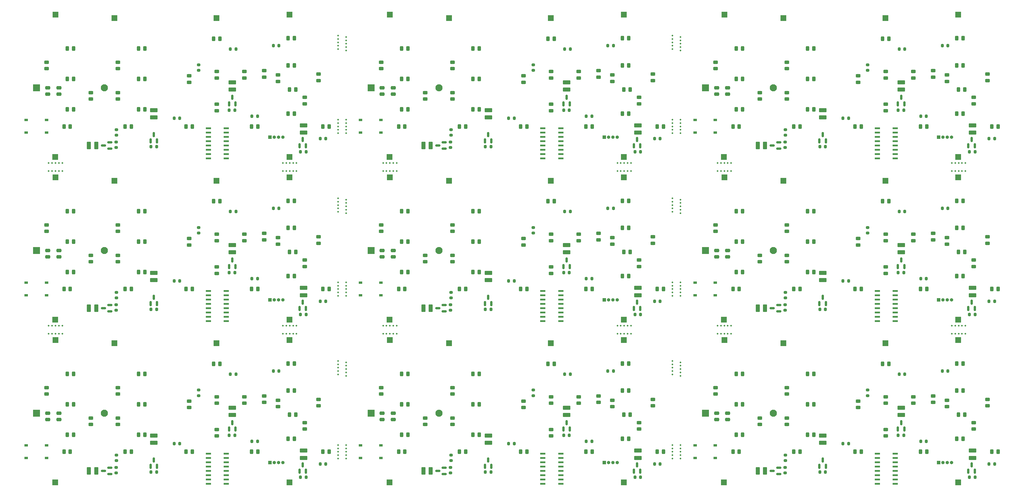
<source format=gts>
%TF.GenerationSoftware,KiCad,Pcbnew,7.0.1-3b83917a11~171~ubuntu20.04.1*%
%TF.CreationDate,2023-10-27T13:40:09+02:00*%
%TF.ProjectId,panel_bottom,70616e65-6c5f-4626-9f74-746f6d2e6b69,rev?*%
%TF.SameCoordinates,PX1ab3f0PY1312d00*%
%TF.FileFunction,Soldermask,Top*%
%TF.FilePolarity,Negative*%
%FSLAX46Y46*%
G04 Gerber Fmt 4.6, Leading zero omitted, Abs format (unit mm)*
G04 Created by KiCad (PCBNEW 7.0.1-3b83917a11~171~ubuntu20.04.1) date 2023-10-27 13:40:09*
%MOMM*%
%LPD*%
G01*
G04 APERTURE LIST*
G04 Aperture macros list*
%AMRoundRect*
0 Rectangle with rounded corners*
0 $1 Rounding radius*
0 $2 $3 $4 $5 $6 $7 $8 $9 X,Y pos of 4 corners*
0 Add a 4 corners polygon primitive as box body*
4,1,4,$2,$3,$4,$5,$6,$7,$8,$9,$2,$3,0*
0 Add four circle primitives for the rounded corners*
1,1,$1+$1,$2,$3*
1,1,$1+$1,$4,$5*
1,1,$1+$1,$6,$7*
1,1,$1+$1,$8,$9*
0 Add four rect primitives between the rounded corners*
20,1,$1+$1,$2,$3,$4,$5,0*
20,1,$1+$1,$4,$5,$6,$7,0*
20,1,$1+$1,$6,$7,$8,$9,0*
20,1,$1+$1,$8,$9,$2,$3,0*%
G04 Aperture macros list end*
%ADD10C,0.500000*%
%ADD11RoundRect,0.243750X0.456250X-0.243750X0.456250X0.243750X-0.456250X0.243750X-0.456250X-0.243750X0*%
%ADD12RoundRect,0.250000X0.850000X-0.375000X0.850000X0.375000X-0.850000X0.375000X-0.850000X-0.375000X0*%
%ADD13RoundRect,0.243750X-0.243750X-0.456250X0.243750X-0.456250X0.243750X0.456250X-0.243750X0.456250X0*%
%ADD14RoundRect,0.150000X0.150000X-0.587500X0.150000X0.587500X-0.150000X0.587500X-0.150000X-0.587500X0*%
%ADD15R,1.700000X1.700000*%
%ADD16RoundRect,0.243750X0.243750X0.456250X-0.243750X0.456250X-0.243750X-0.456250X0.243750X-0.456250X0*%
%ADD17RoundRect,0.243750X-0.456250X0.243750X-0.456250X-0.243750X0.456250X-0.243750X0.456250X0.243750X0*%
%ADD18RoundRect,0.200000X0.275000X-0.200000X0.275000X0.200000X-0.275000X0.200000X-0.275000X-0.200000X0*%
%ADD19R,2.100000X2.100000*%
%ADD20C,2.100000*%
%ADD21RoundRect,0.200000X0.200000X0.275000X-0.200000X0.275000X-0.200000X-0.275000X0.200000X-0.275000X0*%
%ADD22RoundRect,0.250000X-0.475000X0.250000X-0.475000X-0.250000X0.475000X-0.250000X0.475000X0.250000X0*%
%ADD23R,1.000000X0.750000*%
%ADD24RoundRect,0.200000X-0.275000X0.200000X-0.275000X-0.200000X0.275000X-0.200000X0.275000X0.200000X0*%
%ADD25RoundRect,0.250000X0.375000X0.850000X-0.375000X0.850000X-0.375000X-0.850000X0.375000X-0.850000X0*%
%ADD26RoundRect,0.137500X-0.662500X-0.137500X0.662500X-0.137500X0.662500X0.137500X-0.662500X0.137500X0*%
%ADD27RoundRect,0.150000X0.587500X0.150000X-0.587500X0.150000X-0.587500X-0.150000X0.587500X-0.150000X0*%
%ADD28RoundRect,0.200000X-0.200000X-0.275000X0.200000X-0.275000X0.200000X0.275000X-0.200000X0.275000X0*%
%ADD29R,1.000000X1.000000*%
%ADD30O,1.000000X1.000000*%
G04 APERTURE END LIST*
D10*
%TO.C,KiKit_MB_7_1*%
X113600000Y-45800000D03*
%TD*%
%TO.C,KiKit_MB_2_3*%
X96300000Y-35000000D03*
%TD*%
%TO.C,KiKit_MB_37_3*%
X13100000Y-96200000D03*
%TD*%
D11*
%TO.C,D21*%
X60592000Y-20695500D03*
X60592000Y-18820500D03*
%TD*%
%TO.C,D21*%
X159092000Y-20695500D03*
X159092000Y-18820500D03*
%TD*%
%TO.C,D21*%
X257592000Y-20695500D03*
X257592000Y-18820500D03*
%TD*%
%TO.C,D21*%
X60592000Y-68695500D03*
X60592000Y-66820500D03*
%TD*%
%TO.C,D21*%
X159092000Y-68695500D03*
X159092000Y-66820500D03*
%TD*%
%TO.C,D21*%
X257592000Y-68695500D03*
X257592000Y-66820500D03*
%TD*%
%TO.C,D21*%
X60592000Y-116695500D03*
X60592000Y-114820500D03*
%TD*%
%TO.C,D21*%
X159092000Y-116695500D03*
X159092000Y-114820500D03*
%TD*%
%TO.C,D21*%
X257592000Y-116695500D03*
X257592000Y-114820500D03*
%TD*%
D10*
%TO.C,KiKit_MB_1_5*%
X96300000Y-12200000D03*
%TD*%
D12*
%TO.C,L2*%
X283154000Y-84811000D03*
X283154000Y-82661000D03*
%TD*%
%TO.C,L2*%
X86154000Y-132811000D03*
X86154000Y-130661000D03*
%TD*%
%TO.C,L2*%
X184654000Y-132811000D03*
X184654000Y-130661000D03*
%TD*%
%TO.C,L2*%
X283154000Y-132811000D03*
X283154000Y-130661000D03*
%TD*%
%TO.C,L2*%
X86154000Y-36811000D03*
X86154000Y-34661000D03*
%TD*%
%TO.C,L2*%
X184654000Y-36811000D03*
X184654000Y-34661000D03*
%TD*%
%TO.C,L2*%
X283154000Y-36811000D03*
X283154000Y-34661000D03*
%TD*%
%TO.C,L2*%
X86154000Y-84811000D03*
X86154000Y-82661000D03*
%TD*%
%TO.C,L2*%
X184654000Y-84811000D03*
X184654000Y-82661000D03*
%TD*%
D10*
%TO.C,KiKit_MB_9_3*%
X98700000Y-10600000D03*
%TD*%
%TO.C,KiKit_MB_23_3*%
X111600000Y-93800000D03*
%TD*%
%TO.C,KiKit_MB_29_5*%
X208100000Y-93800000D03*
%TD*%
%TO.C,KiKit_MB_20_4*%
X83100000Y-48200000D03*
%TD*%
%TO.C,KiKit_MB_46_3*%
X210100000Y-96200000D03*
%TD*%
%TO.C,KiKit_MB_44_3*%
X98700000Y-131000000D03*
%TD*%
%TO.C,KiKit_MB_8_5*%
X178600000Y-45800000D03*
%TD*%
%TO.C,KiKit_MB_8_3*%
X180600000Y-45800000D03*
%TD*%
%TO.C,KiKit_MB_32_3*%
X210100000Y-48200000D03*
%TD*%
%TO.C,KiKit_MB_32_1*%
X208100000Y-48200000D03*
%TD*%
%TO.C,KiKit_MB_45_1*%
X197200000Y-108600000D03*
%TD*%
%TO.C,KiKit_MB_27_5*%
X182600000Y-48200000D03*
%TD*%
%TO.C,KiKit_MB_25_3*%
X98700000Y-58600000D03*
%TD*%
D13*
%TO.C,D22*%
X91834000Y-34998000D03*
X93709000Y-34998000D03*
%TD*%
%TO.C,D22*%
X190334000Y-34998000D03*
X192209000Y-34998000D03*
%TD*%
%TO.C,D22*%
X288834000Y-34998000D03*
X290709000Y-34998000D03*
%TD*%
%TO.C,D22*%
X91834000Y-82998000D03*
X93709000Y-82998000D03*
%TD*%
%TO.C,D22*%
X190334000Y-82998000D03*
X192209000Y-82998000D03*
%TD*%
%TO.C,D22*%
X288834000Y-82998000D03*
X290709000Y-82998000D03*
%TD*%
%TO.C,D22*%
X91834000Y-130998000D03*
X93709000Y-130998000D03*
%TD*%
%TO.C,D22*%
X190334000Y-130998000D03*
X192209000Y-130998000D03*
%TD*%
%TO.C,D22*%
X288834000Y-130998000D03*
X290709000Y-130998000D03*
%TD*%
D10*
%TO.C,KiKit_MB_34_5*%
X197200000Y-81000000D03*
%TD*%
%TO.C,KiKit_MB_31_2*%
X197200000Y-59600000D03*
%TD*%
%TO.C,KiKit_MB_5_4*%
X194800000Y-11200000D03*
%TD*%
D12*
%TO.C,L5*%
X42100000Y-32350000D03*
X42100000Y-30200000D03*
%TD*%
%TO.C,L5*%
X140600000Y-32350000D03*
X140600000Y-30200000D03*
%TD*%
%TO.C,L5*%
X239100000Y-32350000D03*
X239100000Y-30200000D03*
%TD*%
%TO.C,L5*%
X42100000Y-80350000D03*
X42100000Y-78200000D03*
%TD*%
%TO.C,L5*%
X140600000Y-80350000D03*
X140600000Y-78200000D03*
%TD*%
%TO.C,L5*%
X239100000Y-80350000D03*
X239100000Y-78200000D03*
%TD*%
%TO.C,L5*%
X42100000Y-128350000D03*
X42100000Y-126200000D03*
%TD*%
%TO.C,L5*%
X140600000Y-128350000D03*
X140600000Y-126200000D03*
%TD*%
%TO.C,L5*%
X239100000Y-128350000D03*
X239100000Y-126200000D03*
%TD*%
D10*
%TO.C,KiKit_MB_37_4*%
X14100000Y-96200000D03*
%TD*%
%TO.C,KiKit_MB_16_2*%
X96300000Y-82000000D03*
%TD*%
D14*
%TO.C,Q2*%
X41100000Y-39275000D03*
X43000000Y-39275000D03*
X42050000Y-37400000D03*
%TD*%
%TO.C,Q2*%
X139600000Y-39275000D03*
X141500000Y-39275000D03*
X140550000Y-37400000D03*
%TD*%
%TO.C,Q2*%
X238100000Y-39275000D03*
X240000000Y-39275000D03*
X239050000Y-37400000D03*
%TD*%
%TO.C,Q2*%
X41100000Y-87275000D03*
X43000000Y-87275000D03*
X42050000Y-85400000D03*
%TD*%
%TO.C,Q2*%
X139600000Y-87275000D03*
X141500000Y-87275000D03*
X140550000Y-85400000D03*
%TD*%
%TO.C,Q2*%
X238100000Y-87275000D03*
X240000000Y-87275000D03*
X239050000Y-85400000D03*
%TD*%
%TO.C,Q2*%
X41100000Y-135275000D03*
X43000000Y-135275000D03*
X42050000Y-133400000D03*
%TD*%
%TO.C,Q2*%
X139600000Y-135275000D03*
X141500000Y-135275000D03*
X140550000Y-133400000D03*
%TD*%
%TO.C,Q2*%
X238100000Y-135275000D03*
X240000000Y-135275000D03*
X239050000Y-133400000D03*
%TD*%
D10*
%TO.C,KiKit_MB_7_5*%
X109600000Y-45800000D03*
%TD*%
%TO.C,KiKit_MB_3_1*%
X15100000Y-45800000D03*
%TD*%
%TO.C,KiKit_MB_22_3*%
X194800000Y-83000000D03*
%TD*%
%TO.C,KiKit_MB_8_1*%
X182600000Y-45800000D03*
%TD*%
%TO.C,KiKit_MB_42_4*%
X112600000Y-96200000D03*
%TD*%
%TO.C,KiKit_MB_39_1*%
X194800000Y-104200000D03*
%TD*%
%TO.C,KiKit_MB_33_5*%
X281100000Y-48200000D03*
%TD*%
%TO.C,KiKit_MB_27_1*%
X178600000Y-48200000D03*
%TD*%
D15*
%TO.C,J3*%
X13100000Y-2000000D03*
%TD*%
%TO.C,J3*%
X111600000Y-2000000D03*
%TD*%
%TO.C,J3*%
X210100000Y-2000000D03*
%TD*%
%TO.C,J3*%
X13100000Y-50000000D03*
%TD*%
%TO.C,J3*%
X111600000Y-50000000D03*
%TD*%
%TO.C,J3*%
X210100000Y-50000000D03*
%TD*%
%TO.C,J3*%
X13100000Y-98000000D03*
%TD*%
%TO.C,J3*%
X111600000Y-98000000D03*
%TD*%
%TO.C,J3*%
X210100000Y-98000000D03*
%TD*%
D13*
%TO.C,D5*%
X16562500Y-30000000D03*
X18437500Y-30000000D03*
%TD*%
%TO.C,D5*%
X115062500Y-30000000D03*
X116937500Y-30000000D03*
%TD*%
%TO.C,D5*%
X213562500Y-30000000D03*
X215437500Y-30000000D03*
%TD*%
%TO.C,D5*%
X16562500Y-78000000D03*
X18437500Y-78000000D03*
%TD*%
%TO.C,D5*%
X115062500Y-78000000D03*
X116937500Y-78000000D03*
%TD*%
%TO.C,D5*%
X213562500Y-78000000D03*
X215437500Y-78000000D03*
%TD*%
%TO.C,D5*%
X16562500Y-126000000D03*
X18437500Y-126000000D03*
%TD*%
%TO.C,D5*%
X115062500Y-126000000D03*
X116937500Y-126000000D03*
%TD*%
%TO.C,D5*%
X213562500Y-126000000D03*
X215437500Y-126000000D03*
%TD*%
D10*
%TO.C,KiKit_MB_34_4*%
X197200000Y-82000000D03*
%TD*%
D15*
%TO.C,J2*%
X30500000Y-3000000D03*
%TD*%
%TO.C,J2*%
X129000000Y-3000000D03*
%TD*%
%TO.C,J2*%
X227500000Y-3000000D03*
%TD*%
%TO.C,J2*%
X30500000Y-51000000D03*
%TD*%
%TO.C,J2*%
X129000000Y-51000000D03*
%TD*%
%TO.C,J2*%
X227500000Y-51000000D03*
%TD*%
%TO.C,J2*%
X30500000Y-99000000D03*
%TD*%
%TO.C,J2*%
X129000000Y-99000000D03*
%TD*%
%TO.C,J2*%
X227500000Y-99000000D03*
%TD*%
D10*
%TO.C,KiKit_MB_24_4*%
X179600000Y-93800000D03*
%TD*%
%TO.C,KiKit_MB_8_4*%
X179600000Y-45800000D03*
%TD*%
%TO.C,KiKit_MB_20_1*%
X80100000Y-48200000D03*
%TD*%
%TO.C,KiKit_MB_28_3*%
X98700000Y-83000000D03*
%TD*%
%TO.C,KiKit_MB_43_4*%
X181600000Y-96200000D03*
%TD*%
%TO.C,KiKit_MB_27_2*%
X179600000Y-48200000D03*
%TD*%
D16*
%TO.C,D13*%
X35437500Y-35000000D03*
X33562500Y-35000000D03*
%TD*%
%TO.C,D13*%
X133937500Y-35000000D03*
X132062500Y-35000000D03*
%TD*%
%TO.C,D13*%
X232437500Y-35000000D03*
X230562500Y-35000000D03*
%TD*%
%TO.C,D13*%
X35437500Y-83000000D03*
X33562500Y-83000000D03*
%TD*%
%TO.C,D13*%
X133937500Y-83000000D03*
X132062500Y-83000000D03*
%TD*%
%TO.C,D13*%
X232437500Y-83000000D03*
X230562500Y-83000000D03*
%TD*%
%TO.C,D13*%
X35437500Y-131000000D03*
X33562500Y-131000000D03*
%TD*%
%TO.C,D13*%
X133937500Y-131000000D03*
X132062500Y-131000000D03*
%TD*%
%TO.C,D13*%
X232437500Y-131000000D03*
X230562500Y-131000000D03*
%TD*%
D10*
%TO.C,KiKit_MB_7_3*%
X111600000Y-45800000D03*
%TD*%
D11*
%TO.C,D26*%
X78626000Y-21711500D03*
X78626000Y-19836500D03*
%TD*%
%TO.C,D26*%
X177126000Y-21711500D03*
X177126000Y-19836500D03*
%TD*%
%TO.C,D26*%
X275626000Y-21711500D03*
X275626000Y-19836500D03*
%TD*%
%TO.C,D26*%
X78626000Y-69711500D03*
X78626000Y-67836500D03*
%TD*%
%TO.C,D26*%
X177126000Y-69711500D03*
X177126000Y-67836500D03*
%TD*%
%TO.C,D26*%
X275626000Y-69711500D03*
X275626000Y-67836500D03*
%TD*%
%TO.C,D26*%
X78626000Y-117711500D03*
X78626000Y-115836500D03*
%TD*%
%TO.C,D26*%
X177126000Y-117711500D03*
X177126000Y-115836500D03*
%TD*%
%TO.C,D26*%
X275626000Y-117711500D03*
X275626000Y-115836500D03*
%TD*%
D10*
%TO.C,KiKit_MB_15_1*%
X96300000Y-56200000D03*
%TD*%
%TO.C,KiKit_MB_47_4*%
X280100000Y-96200000D03*
%TD*%
%TO.C,KiKit_MB_19_5*%
X15100000Y-48200000D03*
%TD*%
%TO.C,KiKit_MB_45_5*%
X197200000Y-104600000D03*
%TD*%
D13*
%TO.C,D1*%
X16562500Y-12000000D03*
X18437500Y-12000000D03*
%TD*%
%TO.C,D1*%
X115062500Y-12000000D03*
X116937500Y-12000000D03*
%TD*%
%TO.C,D1*%
X213562500Y-12000000D03*
X215437500Y-12000000D03*
%TD*%
%TO.C,D1*%
X16562500Y-60000000D03*
X18437500Y-60000000D03*
%TD*%
%TO.C,D1*%
X115062500Y-60000000D03*
X116937500Y-60000000D03*
%TD*%
%TO.C,D1*%
X213562500Y-60000000D03*
X215437500Y-60000000D03*
%TD*%
%TO.C,D1*%
X16562500Y-108000000D03*
X18437500Y-108000000D03*
%TD*%
%TO.C,D1*%
X115062500Y-108000000D03*
X116937500Y-108000000D03*
%TD*%
%TO.C,D1*%
X213562500Y-108000000D03*
X215437500Y-108000000D03*
%TD*%
D10*
%TO.C,KiKit_MB_14_4*%
X197200000Y-34000000D03*
%TD*%
%TO.C,KiKit_MB_47_2*%
X278100000Y-96200000D03*
%TD*%
%TO.C,KiKit_MB_10_2*%
X98700000Y-36000000D03*
%TD*%
%TO.C,KiKit_MB_47_5*%
X281100000Y-96200000D03*
%TD*%
D17*
%TO.C,D2*%
X10500000Y-16062500D03*
X10500000Y-17937500D03*
%TD*%
%TO.C,D2*%
X109000000Y-16062500D03*
X109000000Y-17937500D03*
%TD*%
%TO.C,D2*%
X207500000Y-16062500D03*
X207500000Y-17937500D03*
%TD*%
%TO.C,D2*%
X10500000Y-64062500D03*
X10500000Y-65937500D03*
%TD*%
%TO.C,D2*%
X109000000Y-64062500D03*
X109000000Y-65937500D03*
%TD*%
%TO.C,D2*%
X207500000Y-64062500D03*
X207500000Y-65937500D03*
%TD*%
%TO.C,D2*%
X10500000Y-112062500D03*
X10500000Y-113937500D03*
%TD*%
%TO.C,D2*%
X109000000Y-112062500D03*
X109000000Y-113937500D03*
%TD*%
%TO.C,D2*%
X207500000Y-112062500D03*
X207500000Y-113937500D03*
%TD*%
D10*
%TO.C,KiKit_MB_25_1*%
X98700000Y-60600000D03*
%TD*%
%TO.C,KiKit_MB_41_1*%
X98700000Y-108600000D03*
%TD*%
%TO.C,KiKit_MB_13_2*%
X197200000Y-11600000D03*
%TD*%
%TO.C,KiKit_MB_6_1*%
X194800000Y-33000000D03*
%TD*%
%TO.C,KiKit_MB_35_3*%
X96300000Y-106200000D03*
%TD*%
D18*
%TO.C,R8*%
X55300000Y-18450000D03*
X55300000Y-16800000D03*
%TD*%
%TO.C,R8*%
X153800000Y-18450000D03*
X153800000Y-16800000D03*
%TD*%
%TO.C,R8*%
X252300000Y-18450000D03*
X252300000Y-16800000D03*
%TD*%
%TO.C,R8*%
X55300000Y-66450000D03*
X55300000Y-64800000D03*
%TD*%
%TO.C,R8*%
X153800000Y-66450000D03*
X153800000Y-64800000D03*
%TD*%
%TO.C,R8*%
X252300000Y-66450000D03*
X252300000Y-64800000D03*
%TD*%
%TO.C,R8*%
X55300000Y-114450000D03*
X55300000Y-112800000D03*
%TD*%
%TO.C,R8*%
X153800000Y-114450000D03*
X153800000Y-112800000D03*
%TD*%
%TO.C,R8*%
X252300000Y-114450000D03*
X252300000Y-112800000D03*
%TD*%
D10*
%TO.C,KiKit_MB_30_2*%
X280100000Y-93800000D03*
%TD*%
%TO.C,KiKit_MB_5_2*%
X194800000Y-9200000D03*
%TD*%
%TO.C,KiKit_MB_17_4*%
X12100000Y-93800000D03*
%TD*%
D13*
%TO.C,D10*%
X37562500Y-30000000D03*
X39437500Y-30000000D03*
%TD*%
%TO.C,D10*%
X136062500Y-30000000D03*
X137937500Y-30000000D03*
%TD*%
%TO.C,D10*%
X234562500Y-30000000D03*
X236437500Y-30000000D03*
%TD*%
%TO.C,D10*%
X37562500Y-78000000D03*
X39437500Y-78000000D03*
%TD*%
%TO.C,D10*%
X136062500Y-78000000D03*
X137937500Y-78000000D03*
%TD*%
%TO.C,D10*%
X234562500Y-78000000D03*
X236437500Y-78000000D03*
%TD*%
%TO.C,D10*%
X37562500Y-126000000D03*
X39437500Y-126000000D03*
%TD*%
%TO.C,D10*%
X136062500Y-126000000D03*
X137937500Y-126000000D03*
%TD*%
%TO.C,D10*%
X234562500Y-126000000D03*
X236437500Y-126000000D03*
%TD*%
D15*
%TO.C,J8*%
X13000000Y-44000000D03*
%TD*%
%TO.C,J8*%
X111500000Y-44000000D03*
%TD*%
%TO.C,J8*%
X210000000Y-44000000D03*
%TD*%
%TO.C,J8*%
X13000000Y-92000000D03*
%TD*%
%TO.C,J8*%
X111500000Y-92000000D03*
%TD*%
%TO.C,J8*%
X210000000Y-92000000D03*
%TD*%
%TO.C,J8*%
X13000000Y-140000000D03*
%TD*%
%TO.C,J8*%
X111500000Y-140000000D03*
%TD*%
%TO.C,J8*%
X210000000Y-140000000D03*
%TD*%
D10*
%TO.C,KiKit_MB_48_3*%
X197200000Y-131000000D03*
%TD*%
%TO.C,KiKit_MB_13_5*%
X197200000Y-8600000D03*
%TD*%
%TO.C,KiKit_MB_41_3*%
X98700000Y-106600000D03*
%TD*%
%TO.C,KiKit_MB_46_4*%
X211100000Y-96200000D03*
%TD*%
%TO.C,KiKit_MB_11_3*%
X210100000Y-45800000D03*
%TD*%
%TO.C,KiKit_MB_45_2*%
X197200000Y-107600000D03*
%TD*%
%TO.C,KiKit_MB_28_5*%
X98700000Y-81000000D03*
%TD*%
%TO.C,KiKit_MB_31_5*%
X197200000Y-56600000D03*
%TD*%
%TO.C,KiKit_MB_26_1*%
X109600000Y-48200000D03*
%TD*%
%TO.C,KiKit_MB_40_5*%
X194800000Y-133000000D03*
%TD*%
%TO.C,KiKit_MB_43_3*%
X180600000Y-96200000D03*
%TD*%
%TO.C,KiKit_MB_22_1*%
X194800000Y-81000000D03*
%TD*%
%TO.C,KiKit_MB_37_5*%
X15100000Y-96200000D03*
%TD*%
%TO.C,KiKit_MB_18_5*%
X80100000Y-93800000D03*
%TD*%
D19*
%TO.C,BT1*%
X7531400Y-23618800D03*
D20*
X27531400Y-23618800D03*
%TD*%
D19*
%TO.C,BT1*%
X106031400Y-23618800D03*
D20*
X126031400Y-23618800D03*
%TD*%
D19*
%TO.C,BT1*%
X204531400Y-23618800D03*
D20*
X224531400Y-23618800D03*
%TD*%
D19*
%TO.C,BT1*%
X7531400Y-71618800D03*
D20*
X27531400Y-71618800D03*
%TD*%
D19*
%TO.C,BT1*%
X106031400Y-71618800D03*
D20*
X126031400Y-71618800D03*
%TD*%
D19*
%TO.C,BT1*%
X204531400Y-71618800D03*
D20*
X224531400Y-71618800D03*
%TD*%
D19*
%TO.C,BT1*%
X7531400Y-119618800D03*
D20*
X27531400Y-119618800D03*
%TD*%
D19*
%TO.C,BT1*%
X106031400Y-119618800D03*
D20*
X126031400Y-119618800D03*
%TD*%
D19*
%TO.C,BT1*%
X204531400Y-119618800D03*
D20*
X224531400Y-119618800D03*
%TD*%
D10*
%TO.C,KiKit_MB_11_4*%
X209100000Y-45800000D03*
%TD*%
%TO.C,KiKit_MB_10_3*%
X98700000Y-35000000D03*
%TD*%
%TO.C,KiKit_MB_39_3*%
X194800000Y-106200000D03*
%TD*%
D21*
%TO.C,R12*%
X92700000Y-38600000D03*
X91050000Y-38600000D03*
%TD*%
%TO.C,R12*%
X191200000Y-38600000D03*
X189550000Y-38600000D03*
%TD*%
%TO.C,R12*%
X289700000Y-38600000D03*
X288050000Y-38600000D03*
%TD*%
%TO.C,R12*%
X92700000Y-86600000D03*
X91050000Y-86600000D03*
%TD*%
%TO.C,R12*%
X191200000Y-86600000D03*
X189550000Y-86600000D03*
%TD*%
%TO.C,R12*%
X289700000Y-86600000D03*
X288050000Y-86600000D03*
%TD*%
%TO.C,R12*%
X92700000Y-134600000D03*
X91050000Y-134600000D03*
%TD*%
%TO.C,R12*%
X191200000Y-134600000D03*
X189550000Y-134600000D03*
%TD*%
%TO.C,R12*%
X289700000Y-134600000D03*
X288050000Y-134600000D03*
%TD*%
D10*
%TO.C,KiKit_MB_37_1*%
X11100000Y-96200000D03*
%TD*%
D13*
%TO.C,D15*%
X59654500Y-9090000D03*
X61529500Y-9090000D03*
%TD*%
%TO.C,D15*%
X158154500Y-9090000D03*
X160029500Y-9090000D03*
%TD*%
%TO.C,D15*%
X256654500Y-9090000D03*
X258529500Y-9090000D03*
%TD*%
%TO.C,D15*%
X59654500Y-57090000D03*
X61529500Y-57090000D03*
%TD*%
%TO.C,D15*%
X158154500Y-57090000D03*
X160029500Y-57090000D03*
%TD*%
%TO.C,D15*%
X256654500Y-57090000D03*
X258529500Y-57090000D03*
%TD*%
%TO.C,D15*%
X59654500Y-105090000D03*
X61529500Y-105090000D03*
%TD*%
%TO.C,D15*%
X158154500Y-105090000D03*
X160029500Y-105090000D03*
%TD*%
%TO.C,D15*%
X256654500Y-105090000D03*
X258529500Y-105090000D03*
%TD*%
D10*
%TO.C,KiKit_MB_19_1*%
X11100000Y-48200000D03*
%TD*%
%TO.C,KiKit_MB_18_1*%
X84100000Y-93800000D03*
%TD*%
%TO.C,KiKit_MB_46_5*%
X212100000Y-96200000D03*
%TD*%
D13*
%TO.C,D14*%
X51562500Y-35000000D03*
X53437500Y-35000000D03*
%TD*%
%TO.C,D14*%
X150062500Y-35000000D03*
X151937500Y-35000000D03*
%TD*%
%TO.C,D14*%
X248562500Y-35000000D03*
X250437500Y-35000000D03*
%TD*%
%TO.C,D14*%
X51562500Y-83000000D03*
X53437500Y-83000000D03*
%TD*%
%TO.C,D14*%
X150062500Y-83000000D03*
X151937500Y-83000000D03*
%TD*%
%TO.C,D14*%
X248562500Y-83000000D03*
X250437500Y-83000000D03*
%TD*%
%TO.C,D14*%
X51562500Y-131000000D03*
X53437500Y-131000000D03*
%TD*%
%TO.C,D14*%
X150062500Y-131000000D03*
X151937500Y-131000000D03*
%TD*%
%TO.C,D14*%
X248562500Y-131000000D03*
X250437500Y-131000000D03*
%TD*%
D10*
%TO.C,KiKit_MB_3_4*%
X12100000Y-45800000D03*
%TD*%
%TO.C,KiKit_MB_13_4*%
X197200000Y-9600000D03*
%TD*%
%TO.C,KiKit_MB_28_4*%
X98700000Y-82000000D03*
%TD*%
D22*
%TO.C,C3*%
X207808000Y-119600000D03*
X207808000Y-121500000D03*
%TD*%
%TO.C,C3*%
X10808000Y-23600000D03*
X10808000Y-25500000D03*
%TD*%
%TO.C,C3*%
X109308000Y-23600000D03*
X109308000Y-25500000D03*
%TD*%
%TO.C,C3*%
X207808000Y-23600000D03*
X207808000Y-25500000D03*
%TD*%
%TO.C,C3*%
X10808000Y-71600000D03*
X10808000Y-73500000D03*
%TD*%
%TO.C,C3*%
X109308000Y-71600000D03*
X109308000Y-73500000D03*
%TD*%
%TO.C,C3*%
X207808000Y-71600000D03*
X207808000Y-73500000D03*
%TD*%
%TO.C,C3*%
X10808000Y-119600000D03*
X10808000Y-121500000D03*
%TD*%
%TO.C,C3*%
X109308000Y-119600000D03*
X109308000Y-121500000D03*
%TD*%
D10*
%TO.C,KiKit_MB_20_5*%
X84100000Y-48200000D03*
%TD*%
%TO.C,KiKit_MB_14_2*%
X197200000Y-36000000D03*
%TD*%
%TO.C,KiKit_MB_22_5*%
X194800000Y-85000000D03*
%TD*%
D13*
%TO.C,D11*%
X15666500Y-35002000D03*
X17437500Y-35000000D03*
%TD*%
%TO.C,D11*%
X114166500Y-35002000D03*
X115937500Y-35000000D03*
%TD*%
%TO.C,D11*%
X212666500Y-35002000D03*
X214437500Y-35000000D03*
%TD*%
%TO.C,D11*%
X15666500Y-83002000D03*
X17437500Y-83000000D03*
%TD*%
%TO.C,D11*%
X114166500Y-83002000D03*
X115937500Y-83000000D03*
%TD*%
%TO.C,D11*%
X212666500Y-83002000D03*
X214437500Y-83000000D03*
%TD*%
%TO.C,D11*%
X15666500Y-131002000D03*
X17437500Y-131000000D03*
%TD*%
%TO.C,D11*%
X114166500Y-131002000D03*
X115937500Y-131000000D03*
%TD*%
%TO.C,D11*%
X212666500Y-131002000D03*
X214437500Y-131000000D03*
%TD*%
D10*
%TO.C,KiKit_MB_40_4*%
X194800000Y-132000000D03*
%TD*%
%TO.C,KiKit_MB_37_2*%
X12100000Y-96200000D03*
%TD*%
%TO.C,KiKit_MB_44_2*%
X98700000Y-132000000D03*
%TD*%
%TO.C,KiKit_MB_40_2*%
X194800000Y-130000000D03*
%TD*%
%TO.C,KiKit_MB_17_1*%
X15100000Y-93800000D03*
%TD*%
%TO.C,KiKit_MB_21_2*%
X194800000Y-57200000D03*
%TD*%
%TO.C,KiKit_MB_36_3*%
X96300000Y-131000000D03*
%TD*%
%TO.C,KiKit_MB_29_3*%
X210100000Y-93800000D03*
%TD*%
%TO.C,KiKit_MB_35_4*%
X96300000Y-107200000D03*
%TD*%
%TO.C,KiKit_MB_38_2*%
X81100000Y-96200000D03*
%TD*%
%TO.C,KiKit_MB_44_5*%
X98700000Y-129000000D03*
%TD*%
%TO.C,KiKit_MB_4_4*%
X81100000Y-45800000D03*
%TD*%
%TO.C,KiKit_MB_17_3*%
X13100000Y-93800000D03*
%TD*%
%TO.C,KiKit_MB_15_2*%
X96300000Y-57200000D03*
%TD*%
D23*
%TO.C,SW1*%
X10450000Y-36825000D03*
X4450000Y-36825000D03*
X10450000Y-33075000D03*
X4450000Y-33075000D03*
%TD*%
%TO.C,SW1*%
X108950000Y-36825000D03*
X102950000Y-36825000D03*
X108950000Y-33075000D03*
X102950000Y-33075000D03*
%TD*%
%TO.C,SW1*%
X207450000Y-36825000D03*
X201450000Y-36825000D03*
X207450000Y-33075000D03*
X201450000Y-33075000D03*
%TD*%
%TO.C,SW1*%
X10450000Y-84825000D03*
X4450000Y-84825000D03*
X10450000Y-81075000D03*
X4450000Y-81075000D03*
%TD*%
%TO.C,SW1*%
X108950000Y-84825000D03*
X102950000Y-84825000D03*
X108950000Y-81075000D03*
X102950000Y-81075000D03*
%TD*%
%TO.C,SW1*%
X207450000Y-84825000D03*
X201450000Y-84825000D03*
X207450000Y-81075000D03*
X201450000Y-81075000D03*
%TD*%
%TO.C,SW1*%
X10450000Y-132825000D03*
X4450000Y-132825000D03*
X10450000Y-129075000D03*
X4450000Y-129075000D03*
%TD*%
%TO.C,SW1*%
X108950000Y-132825000D03*
X102950000Y-132825000D03*
X108950000Y-129075000D03*
X102950000Y-129075000D03*
%TD*%
%TO.C,SW1*%
X207450000Y-132825000D03*
X201450000Y-132825000D03*
X207450000Y-129075000D03*
X201450000Y-129075000D03*
%TD*%
D14*
%TO.C,Q3*%
X64214000Y-28315500D03*
X66114000Y-28315500D03*
X65164000Y-26440500D03*
%TD*%
%TO.C,Q3*%
X162714000Y-28315500D03*
X164614000Y-28315500D03*
X163664000Y-26440500D03*
%TD*%
%TO.C,Q3*%
X261214000Y-28315500D03*
X263114000Y-28315500D03*
X262164000Y-26440500D03*
%TD*%
%TO.C,Q3*%
X64214000Y-76315500D03*
X66114000Y-76315500D03*
X65164000Y-74440500D03*
%TD*%
%TO.C,Q3*%
X162714000Y-76315500D03*
X164614000Y-76315500D03*
X163664000Y-74440500D03*
%TD*%
%TO.C,Q3*%
X261214000Y-76315500D03*
X263114000Y-76315500D03*
X262164000Y-74440500D03*
%TD*%
%TO.C,Q3*%
X64214000Y-124315500D03*
X66114000Y-124315500D03*
X65164000Y-122440500D03*
%TD*%
%TO.C,Q3*%
X162714000Y-124315500D03*
X164614000Y-124315500D03*
X163664000Y-122440500D03*
%TD*%
%TO.C,Q3*%
X261214000Y-124315500D03*
X263114000Y-124315500D03*
X262164000Y-122440500D03*
%TD*%
D10*
%TO.C,KiKit_MB_38_5*%
X84100000Y-96200000D03*
%TD*%
%TO.C,KiKit_MB_46_2*%
X209100000Y-96200000D03*
%TD*%
%TO.C,KiKit_MB_15_3*%
X96300000Y-58200000D03*
%TD*%
D24*
%TO.C,R2*%
X31100000Y-35950000D03*
X31100000Y-37600000D03*
%TD*%
%TO.C,R2*%
X129600000Y-35950000D03*
X129600000Y-37600000D03*
%TD*%
%TO.C,R2*%
X228100000Y-35950000D03*
X228100000Y-37600000D03*
%TD*%
%TO.C,R2*%
X31100000Y-83950000D03*
X31100000Y-85600000D03*
%TD*%
%TO.C,R2*%
X129600000Y-83950000D03*
X129600000Y-85600000D03*
%TD*%
%TO.C,R2*%
X228100000Y-83950000D03*
X228100000Y-85600000D03*
%TD*%
%TO.C,R2*%
X31100000Y-131950000D03*
X31100000Y-133600000D03*
%TD*%
%TO.C,R2*%
X129600000Y-131950000D03*
X129600000Y-133600000D03*
%TD*%
%TO.C,R2*%
X228100000Y-131950000D03*
X228100000Y-133600000D03*
%TD*%
D10*
%TO.C,KiKit_MB_4_3*%
X82100000Y-45800000D03*
%TD*%
%TO.C,KiKit_MB_48_1*%
X197200000Y-133000000D03*
%TD*%
%TO.C,KiKit_MB_18_3*%
X82100000Y-93800000D03*
%TD*%
%TO.C,KiKit_MB_8_2*%
X181600000Y-45800000D03*
%TD*%
%TO.C,KiKit_MB_20_2*%
X81100000Y-48200000D03*
%TD*%
%TO.C,KiKit_MB_19_3*%
X13100000Y-48200000D03*
%TD*%
%TO.C,KiKit_MB_12_5*%
X277100000Y-45800000D03*
%TD*%
%TO.C,KiKit_MB_40_1*%
X194800000Y-129000000D03*
%TD*%
%TO.C,KiKit_MB_5_5*%
X194800000Y-12200000D03*
%TD*%
%TO.C,KiKit_MB_26_3*%
X111600000Y-48200000D03*
%TD*%
%TO.C,KiKit_MB_47_1*%
X277100000Y-96200000D03*
%TD*%
%TO.C,KiKit_MB_45_4*%
X197200000Y-105600000D03*
%TD*%
D25*
%TO.C,L4*%
X25100000Y-40600000D03*
X22950000Y-40600000D03*
%TD*%
%TO.C,L4*%
X123600000Y-40600000D03*
X121450000Y-40600000D03*
%TD*%
%TO.C,L4*%
X222100000Y-40600000D03*
X219950000Y-40600000D03*
%TD*%
%TO.C,L4*%
X25100000Y-88600000D03*
X22950000Y-88600000D03*
%TD*%
%TO.C,L4*%
X123600000Y-88600000D03*
X121450000Y-88600000D03*
%TD*%
%TO.C,L4*%
X222100000Y-88600000D03*
X219950000Y-88600000D03*
%TD*%
%TO.C,L4*%
X25100000Y-136600000D03*
X22950000Y-136600000D03*
%TD*%
%TO.C,L4*%
X123600000Y-136600000D03*
X121450000Y-136600000D03*
%TD*%
%TO.C,L4*%
X222100000Y-136600000D03*
X219950000Y-136600000D03*
%TD*%
D10*
%TO.C,KiKit_MB_38_4*%
X83100000Y-96200000D03*
%TD*%
%TO.C,KiKit_MB_18_2*%
X83100000Y-93800000D03*
%TD*%
D13*
%TO.C,D27*%
X82006500Y-24076000D03*
X83881500Y-24076000D03*
%TD*%
%TO.C,D27*%
X180506500Y-24076000D03*
X182381500Y-24076000D03*
%TD*%
%TO.C,D27*%
X279006500Y-24076000D03*
X280881500Y-24076000D03*
%TD*%
%TO.C,D27*%
X82006500Y-72076000D03*
X83881500Y-72076000D03*
%TD*%
%TO.C,D27*%
X180506500Y-72076000D03*
X182381500Y-72076000D03*
%TD*%
%TO.C,D27*%
X279006500Y-72076000D03*
X280881500Y-72076000D03*
%TD*%
%TO.C,D27*%
X82006500Y-120076000D03*
X83881500Y-120076000D03*
%TD*%
%TO.C,D27*%
X180506500Y-120076000D03*
X182381500Y-120076000D03*
%TD*%
%TO.C,D27*%
X279006500Y-120076000D03*
X280881500Y-120076000D03*
%TD*%
D10*
%TO.C,KiKit_MB_47_3*%
X279100000Y-96200000D03*
%TD*%
%TO.C,KiKit_MB_7_2*%
X112600000Y-45800000D03*
%TD*%
%TO.C,KiKit_MB_32_5*%
X212100000Y-48200000D03*
%TD*%
%TO.C,KiKit_MB_9_4*%
X98700000Y-9600000D03*
%TD*%
D14*
%TO.C,Q4*%
X84950000Y-40737500D03*
X86850000Y-40737500D03*
X85900000Y-38862500D03*
%TD*%
%TO.C,Q4*%
X183450000Y-40737500D03*
X185350000Y-40737500D03*
X184400000Y-38862500D03*
%TD*%
%TO.C,Q4*%
X281950000Y-40737500D03*
X283850000Y-40737500D03*
X282900000Y-38862500D03*
%TD*%
%TO.C,Q4*%
X84950000Y-88737500D03*
X86850000Y-88737500D03*
X85900000Y-86862500D03*
%TD*%
%TO.C,Q4*%
X183450000Y-88737500D03*
X185350000Y-88737500D03*
X184400000Y-86862500D03*
%TD*%
%TO.C,Q4*%
X281950000Y-88737500D03*
X283850000Y-88737500D03*
X282900000Y-86862500D03*
%TD*%
%TO.C,Q4*%
X84950000Y-136737500D03*
X86850000Y-136737500D03*
X85900000Y-134862500D03*
%TD*%
%TO.C,Q4*%
X183450000Y-136737500D03*
X185350000Y-136737500D03*
X184400000Y-134862500D03*
%TD*%
%TO.C,Q4*%
X281950000Y-136737500D03*
X283850000Y-136737500D03*
X282900000Y-134862500D03*
%TD*%
D13*
%TO.C,D6*%
X37562500Y-12000000D03*
X39437500Y-12000000D03*
%TD*%
%TO.C,D6*%
X136062500Y-12000000D03*
X137937500Y-12000000D03*
%TD*%
%TO.C,D6*%
X234562500Y-12000000D03*
X236437500Y-12000000D03*
%TD*%
%TO.C,D6*%
X37562500Y-108000000D03*
X39437500Y-108000000D03*
%TD*%
%TO.C,D6*%
X37562500Y-60000000D03*
X39437500Y-60000000D03*
%TD*%
%TO.C,D6*%
X136062500Y-60000000D03*
X137937500Y-60000000D03*
%TD*%
%TO.C,D6*%
X234562500Y-60000000D03*
X236437500Y-60000000D03*
%TD*%
%TO.C,D6*%
X136062500Y-108000000D03*
X137937500Y-108000000D03*
%TD*%
%TO.C,D6*%
X234562500Y-108000000D03*
X236437500Y-108000000D03*
%TD*%
D10*
%TO.C,KiKit_MB_12_2*%
X280100000Y-45800000D03*
%TD*%
D11*
%TO.C,D24*%
X68720000Y-20695500D03*
X68720000Y-18820500D03*
%TD*%
%TO.C,D24*%
X167220000Y-20695500D03*
X167220000Y-18820500D03*
%TD*%
%TO.C,D24*%
X265720000Y-20695500D03*
X265720000Y-18820500D03*
%TD*%
%TO.C,D24*%
X68720000Y-68695500D03*
X68720000Y-66820500D03*
%TD*%
%TO.C,D24*%
X167220000Y-68695500D03*
X167220000Y-66820500D03*
%TD*%
%TO.C,D24*%
X265720000Y-68695500D03*
X265720000Y-66820500D03*
%TD*%
%TO.C,D24*%
X68720000Y-116695500D03*
X68720000Y-114820500D03*
%TD*%
%TO.C,D24*%
X167220000Y-116695500D03*
X167220000Y-114820500D03*
%TD*%
%TO.C,D24*%
X265720000Y-116695500D03*
X265720000Y-114820500D03*
%TD*%
D17*
%TO.C,D7*%
X31500000Y-16062500D03*
X31500000Y-17937500D03*
%TD*%
%TO.C,D7*%
X130000000Y-16062500D03*
X130000000Y-17937500D03*
%TD*%
%TO.C,D7*%
X228500000Y-16062500D03*
X228500000Y-17937500D03*
%TD*%
%TO.C,D7*%
X31500000Y-64062500D03*
X31500000Y-65937500D03*
%TD*%
%TO.C,D7*%
X130000000Y-64062500D03*
X130000000Y-65937500D03*
%TD*%
%TO.C,D7*%
X228500000Y-64062500D03*
X228500000Y-65937500D03*
%TD*%
%TO.C,D7*%
X31500000Y-112062500D03*
X31500000Y-113937500D03*
%TD*%
%TO.C,D7*%
X130000000Y-112062500D03*
X130000000Y-113937500D03*
%TD*%
%TO.C,D7*%
X228500000Y-112062500D03*
X228500000Y-113937500D03*
%TD*%
D10*
%TO.C,KiKit_MB_39_4*%
X194800000Y-107200000D03*
%TD*%
%TO.C,KiKit_MB_48_4*%
X197200000Y-130000000D03*
%TD*%
%TO.C,KiKit_MB_42_3*%
X111600000Y-96200000D03*
%TD*%
D15*
%TO.C,J6*%
X82000000Y-2000000D03*
%TD*%
%TO.C,J6*%
X180500000Y-2000000D03*
%TD*%
%TO.C,J6*%
X279000000Y-2000000D03*
%TD*%
%TO.C,J6*%
X82000000Y-50000000D03*
%TD*%
%TO.C,J6*%
X180500000Y-50000000D03*
%TD*%
%TO.C,J6*%
X279000000Y-50000000D03*
%TD*%
%TO.C,J6*%
X82000000Y-98000000D03*
%TD*%
%TO.C,J6*%
X180500000Y-98000000D03*
%TD*%
%TO.C,J6*%
X279000000Y-98000000D03*
%TD*%
D12*
%TO.C,L1*%
X65164000Y-24135000D03*
X65164000Y-21985000D03*
%TD*%
%TO.C,L1*%
X163664000Y-24135000D03*
X163664000Y-21985000D03*
%TD*%
%TO.C,L1*%
X262164000Y-24135000D03*
X262164000Y-21985000D03*
%TD*%
%TO.C,L1*%
X65164000Y-72135000D03*
X65164000Y-69985000D03*
%TD*%
%TO.C,L1*%
X163664000Y-72135000D03*
X163664000Y-69985000D03*
%TD*%
%TO.C,L1*%
X262164000Y-72135000D03*
X262164000Y-69985000D03*
%TD*%
%TO.C,L1*%
X65164000Y-120135000D03*
X65164000Y-117985000D03*
%TD*%
%TO.C,L1*%
X163664000Y-120135000D03*
X163664000Y-117985000D03*
%TD*%
%TO.C,L1*%
X262164000Y-120135000D03*
X262164000Y-117985000D03*
%TD*%
D10*
%TO.C,KiKit_MB_36_1*%
X96300000Y-129000000D03*
%TD*%
%TO.C,KiKit_MB_39_5*%
X194800000Y-108200000D03*
%TD*%
D26*
%TO.C,U1*%
X58136800Y-35582200D03*
X58136800Y-36852200D03*
X58136800Y-38122200D03*
X58136800Y-39392200D03*
X58136800Y-40662200D03*
X58136800Y-41932200D03*
X58136800Y-43202200D03*
X58136800Y-44472200D03*
X63436800Y-44472200D03*
X63436800Y-43202200D03*
X63436800Y-41932200D03*
X63436800Y-40662200D03*
X63436800Y-39392200D03*
X63436800Y-38122200D03*
X63436800Y-36852200D03*
X63436800Y-35582200D03*
%TD*%
%TO.C,U1*%
X156636800Y-35582200D03*
X156636800Y-36852200D03*
X156636800Y-38122200D03*
X156636800Y-39392200D03*
X156636800Y-40662200D03*
X156636800Y-41932200D03*
X156636800Y-43202200D03*
X156636800Y-44472200D03*
X161936800Y-44472200D03*
X161936800Y-43202200D03*
X161936800Y-41932200D03*
X161936800Y-40662200D03*
X161936800Y-39392200D03*
X161936800Y-38122200D03*
X161936800Y-36852200D03*
X161936800Y-35582200D03*
%TD*%
%TO.C,U1*%
X255136800Y-35582200D03*
X255136800Y-36852200D03*
X255136800Y-38122200D03*
X255136800Y-39392200D03*
X255136800Y-40662200D03*
X255136800Y-41932200D03*
X255136800Y-43202200D03*
X255136800Y-44472200D03*
X260436800Y-44472200D03*
X260436800Y-43202200D03*
X260436800Y-41932200D03*
X260436800Y-40662200D03*
X260436800Y-39392200D03*
X260436800Y-38122200D03*
X260436800Y-36852200D03*
X260436800Y-35582200D03*
%TD*%
%TO.C,U1*%
X58136800Y-83582200D03*
X58136800Y-84852200D03*
X58136800Y-86122200D03*
X58136800Y-87392200D03*
X58136800Y-88662200D03*
X58136800Y-89932200D03*
X58136800Y-91202200D03*
X58136800Y-92472200D03*
X63436800Y-92472200D03*
X63436800Y-91202200D03*
X63436800Y-89932200D03*
X63436800Y-88662200D03*
X63436800Y-87392200D03*
X63436800Y-86122200D03*
X63436800Y-84852200D03*
X63436800Y-83582200D03*
%TD*%
%TO.C,U1*%
X156636800Y-83582200D03*
X156636800Y-84852200D03*
X156636800Y-86122200D03*
X156636800Y-87392200D03*
X156636800Y-88662200D03*
X156636800Y-89932200D03*
X156636800Y-91202200D03*
X156636800Y-92472200D03*
X161936800Y-92472200D03*
X161936800Y-91202200D03*
X161936800Y-89932200D03*
X161936800Y-88662200D03*
X161936800Y-87392200D03*
X161936800Y-86122200D03*
X161936800Y-84852200D03*
X161936800Y-83582200D03*
%TD*%
%TO.C,U1*%
X255136800Y-83582200D03*
X255136800Y-84852200D03*
X255136800Y-86122200D03*
X255136800Y-87392200D03*
X255136800Y-88662200D03*
X255136800Y-89932200D03*
X255136800Y-91202200D03*
X255136800Y-92472200D03*
X260436800Y-92472200D03*
X260436800Y-91202200D03*
X260436800Y-89932200D03*
X260436800Y-88662200D03*
X260436800Y-87392200D03*
X260436800Y-86122200D03*
X260436800Y-84852200D03*
X260436800Y-83582200D03*
%TD*%
%TO.C,U1*%
X58136800Y-131582200D03*
X58136800Y-132852200D03*
X58136800Y-134122200D03*
X58136800Y-135392200D03*
X58136800Y-136662200D03*
X58136800Y-137932200D03*
X58136800Y-139202200D03*
X58136800Y-140472200D03*
X63436800Y-140472200D03*
X63436800Y-139202200D03*
X63436800Y-137932200D03*
X63436800Y-136662200D03*
X63436800Y-135392200D03*
X63436800Y-134122200D03*
X63436800Y-132852200D03*
X63436800Y-131582200D03*
%TD*%
%TO.C,U1*%
X156636800Y-131582200D03*
X156636800Y-132852200D03*
X156636800Y-134122200D03*
X156636800Y-135392200D03*
X156636800Y-136662200D03*
X156636800Y-137932200D03*
X156636800Y-139202200D03*
X156636800Y-140472200D03*
X161936800Y-140472200D03*
X161936800Y-139202200D03*
X161936800Y-137932200D03*
X161936800Y-136662200D03*
X161936800Y-135392200D03*
X161936800Y-134122200D03*
X161936800Y-132852200D03*
X161936800Y-131582200D03*
%TD*%
%TO.C,U1*%
X255136800Y-131582200D03*
X255136800Y-132852200D03*
X255136800Y-134122200D03*
X255136800Y-135392200D03*
X255136800Y-136662200D03*
X255136800Y-137932200D03*
X255136800Y-139202200D03*
X255136800Y-140472200D03*
X260436800Y-140472200D03*
X260436800Y-139202200D03*
X260436800Y-137932200D03*
X260436800Y-136662200D03*
X260436800Y-135392200D03*
X260436800Y-134122200D03*
X260436800Y-132852200D03*
X260436800Y-131582200D03*
%TD*%
D10*
%TO.C,KiKit_MB_5_3*%
X194800000Y-10200000D03*
%TD*%
%TO.C,KiKit_MB_16_4*%
X96300000Y-84000000D03*
%TD*%
D13*
%TO.C,D29*%
X81562500Y-31188000D03*
X83437500Y-31188000D03*
%TD*%
%TO.C,D29*%
X180062500Y-31188000D03*
X181937500Y-31188000D03*
%TD*%
%TO.C,D29*%
X278562500Y-31188000D03*
X280437500Y-31188000D03*
%TD*%
%TO.C,D29*%
X81562500Y-79188000D03*
X83437500Y-79188000D03*
%TD*%
%TO.C,D29*%
X180062500Y-79188000D03*
X181937500Y-79188000D03*
%TD*%
%TO.C,D29*%
X278562500Y-79188000D03*
X280437500Y-79188000D03*
%TD*%
%TO.C,D29*%
X81562500Y-127188000D03*
X83437500Y-127188000D03*
%TD*%
%TO.C,D29*%
X180062500Y-127188000D03*
X181937500Y-127188000D03*
%TD*%
%TO.C,D29*%
X278562500Y-127188000D03*
X280437500Y-127188000D03*
%TD*%
D10*
%TO.C,KiKit_MB_34_3*%
X197200000Y-83000000D03*
%TD*%
%TO.C,KiKit_MB_16_3*%
X96300000Y-83000000D03*
%TD*%
%TO.C,KiKit_MB_27_3*%
X180600000Y-48200000D03*
%TD*%
D21*
%TO.C,R5*%
X72593000Y-31950000D03*
X70943000Y-31950000D03*
%TD*%
%TO.C,R5*%
X171093000Y-31950000D03*
X169443000Y-31950000D03*
%TD*%
%TO.C,R5*%
X269593000Y-31950000D03*
X267943000Y-31950000D03*
%TD*%
%TO.C,R5*%
X72593000Y-79950000D03*
X70943000Y-79950000D03*
%TD*%
%TO.C,R5*%
X171093000Y-79950000D03*
X169443000Y-79950000D03*
%TD*%
%TO.C,R5*%
X269593000Y-79950000D03*
X267943000Y-79950000D03*
%TD*%
%TO.C,R5*%
X72593000Y-127950000D03*
X70943000Y-127950000D03*
%TD*%
%TO.C,R5*%
X171093000Y-127950000D03*
X169443000Y-127950000D03*
%TD*%
%TO.C,R5*%
X269593000Y-127950000D03*
X267943000Y-127950000D03*
%TD*%
D10*
%TO.C,KiKit_MB_2_1*%
X96300000Y-33000000D03*
%TD*%
%TO.C,KiKit_MB_23_1*%
X113600000Y-93800000D03*
%TD*%
%TO.C,KiKit_MB_48_5*%
X197200000Y-129000000D03*
%TD*%
%TO.C,KiKit_MB_32_4*%
X211100000Y-48200000D03*
%TD*%
%TO.C,KiKit_MB_34_2*%
X197200000Y-84000000D03*
%TD*%
%TO.C,KiKit_MB_15_5*%
X96300000Y-60200000D03*
%TD*%
%TO.C,KiKit_MB_45_3*%
X197200000Y-106600000D03*
%TD*%
%TO.C,KiKit_MB_43_2*%
X179600000Y-96200000D03*
%TD*%
%TO.C,KiKit_MB_5_1*%
X194800000Y-8200000D03*
%TD*%
%TO.C,KiKit_MB_9_1*%
X98700000Y-12600000D03*
%TD*%
D17*
%TO.C,D9*%
X31500000Y-25062500D03*
X31500000Y-26937500D03*
%TD*%
%TO.C,D9*%
X130000000Y-25062500D03*
X130000000Y-26937500D03*
%TD*%
%TO.C,D9*%
X228500000Y-25062500D03*
X228500000Y-26937500D03*
%TD*%
%TO.C,D9*%
X31500000Y-73062500D03*
X31500000Y-74937500D03*
%TD*%
%TO.C,D9*%
X130000000Y-73062500D03*
X130000000Y-74937500D03*
%TD*%
%TO.C,D9*%
X228500000Y-73062500D03*
X228500000Y-74937500D03*
%TD*%
%TO.C,D9*%
X31500000Y-121062500D03*
X31500000Y-122937500D03*
%TD*%
%TO.C,D9*%
X130000000Y-121062500D03*
X130000000Y-122937500D03*
%TD*%
%TO.C,D9*%
X228500000Y-121062500D03*
X228500000Y-122937500D03*
%TD*%
D10*
%TO.C,KiKit_MB_10_4*%
X98700000Y-34000000D03*
%TD*%
%TO.C,KiKit_MB_29_1*%
X212100000Y-93800000D03*
%TD*%
%TO.C,KiKit_MB_31_4*%
X197200000Y-57600000D03*
%TD*%
%TO.C,KiKit_MB_25_5*%
X98700000Y-56600000D03*
%TD*%
D21*
%TO.C,R1*%
X42875000Y-40998500D03*
X41225000Y-40998500D03*
%TD*%
%TO.C,R1*%
X141375000Y-40998500D03*
X139725000Y-40998500D03*
%TD*%
%TO.C,R1*%
X239875000Y-40998500D03*
X238225000Y-40998500D03*
%TD*%
%TO.C,R1*%
X42875000Y-88998500D03*
X41225000Y-88998500D03*
%TD*%
%TO.C,R1*%
X141375000Y-88998500D03*
X139725000Y-88998500D03*
%TD*%
%TO.C,R1*%
X239875000Y-88998500D03*
X238225000Y-88998500D03*
%TD*%
%TO.C,R1*%
X42875000Y-136998500D03*
X41225000Y-136998500D03*
%TD*%
%TO.C,R1*%
X141375000Y-136998500D03*
X139725000Y-136998500D03*
%TD*%
%TO.C,R1*%
X239875000Y-136998500D03*
X238225000Y-136998500D03*
%TD*%
D10*
%TO.C,KiKit_MB_2_4*%
X96300000Y-36000000D03*
%TD*%
%TO.C,KiKit_MB_41_5*%
X98700000Y-104600000D03*
%TD*%
%TO.C,KiKit_MB_18_4*%
X81100000Y-93800000D03*
%TD*%
D11*
%TO.C,D23*%
X52464000Y-21965500D03*
X52464000Y-20090500D03*
%TD*%
%TO.C,D23*%
X150964000Y-21965500D03*
X150964000Y-20090500D03*
%TD*%
%TO.C,D23*%
X249464000Y-21965500D03*
X249464000Y-20090500D03*
%TD*%
%TO.C,D23*%
X52464000Y-69965500D03*
X52464000Y-68090500D03*
%TD*%
%TO.C,D23*%
X150964000Y-69965500D03*
X150964000Y-68090500D03*
%TD*%
%TO.C,D23*%
X249464000Y-69965500D03*
X249464000Y-68090500D03*
%TD*%
%TO.C,D23*%
X52464000Y-117965500D03*
X52464000Y-116090500D03*
%TD*%
%TO.C,D23*%
X150964000Y-117965500D03*
X150964000Y-116090500D03*
%TD*%
%TO.C,D23*%
X249464000Y-117965500D03*
X249464000Y-116090500D03*
%TD*%
D17*
%TO.C,D12*%
X60592000Y-28472500D03*
X60592000Y-30347500D03*
%TD*%
%TO.C,D12*%
X159092000Y-28472500D03*
X159092000Y-30347500D03*
%TD*%
%TO.C,D12*%
X257592000Y-28472500D03*
X257592000Y-30347500D03*
%TD*%
%TO.C,D12*%
X60592000Y-76472500D03*
X60592000Y-78347500D03*
%TD*%
%TO.C,D12*%
X159092000Y-76472500D03*
X159092000Y-78347500D03*
%TD*%
%TO.C,D12*%
X257592000Y-76472500D03*
X257592000Y-78347500D03*
%TD*%
%TO.C,D12*%
X60592000Y-124472500D03*
X60592000Y-126347500D03*
%TD*%
%TO.C,D12*%
X159092000Y-124472500D03*
X159092000Y-126347500D03*
%TD*%
%TO.C,D12*%
X257592000Y-124472500D03*
X257592000Y-126347500D03*
%TD*%
D10*
%TO.C,KiKit_MB_23_2*%
X112600000Y-93800000D03*
%TD*%
%TO.C,KiKit_MB_6_2*%
X194800000Y-34000000D03*
%TD*%
%TO.C,KiKit_MB_30_4*%
X278100000Y-93800000D03*
%TD*%
%TO.C,KiKit_MB_1_2*%
X96300000Y-9200000D03*
%TD*%
%TO.C,KiKit_MB_4_1*%
X84100000Y-45800000D03*
%TD*%
%TO.C,KiKit_MB_26_2*%
X110600000Y-48200000D03*
%TD*%
%TO.C,KiKit_MB_33_3*%
X279100000Y-48200000D03*
%TD*%
%TO.C,KiKit_MB_10_5*%
X98700000Y-33000000D03*
%TD*%
%TO.C,KiKit_MB_9_2*%
X98700000Y-11600000D03*
%TD*%
%TO.C,KiKit_MB_31_1*%
X197200000Y-60600000D03*
%TD*%
D27*
%TO.C,Q1*%
X226100000Y-137575000D03*
X226100000Y-135675000D03*
X224225000Y-136625000D03*
%TD*%
%TO.C,Q1*%
X29100000Y-41575000D03*
X29100000Y-39675000D03*
X27225000Y-40625000D03*
%TD*%
%TO.C,Q1*%
X127600000Y-41575000D03*
X127600000Y-39675000D03*
X125725000Y-40625000D03*
%TD*%
%TO.C,Q1*%
X226100000Y-41575000D03*
X226100000Y-39675000D03*
X224225000Y-40625000D03*
%TD*%
%TO.C,Q1*%
X29100000Y-89575000D03*
X29100000Y-87675000D03*
X27225000Y-88625000D03*
%TD*%
%TO.C,Q1*%
X127600000Y-89575000D03*
X127600000Y-87675000D03*
X125725000Y-88625000D03*
%TD*%
%TO.C,Q1*%
X226100000Y-89575000D03*
X226100000Y-87675000D03*
X224225000Y-88625000D03*
%TD*%
%TO.C,Q1*%
X29100000Y-137575000D03*
X29100000Y-135675000D03*
X27225000Y-136625000D03*
%TD*%
%TO.C,Q1*%
X127600000Y-137575000D03*
X127600000Y-135675000D03*
X125725000Y-136625000D03*
%TD*%
D10*
%TO.C,KiKit_MB_6_4*%
X194800000Y-36000000D03*
%TD*%
%TO.C,KiKit_MB_7_4*%
X110600000Y-45800000D03*
%TD*%
%TO.C,KiKit_MB_26_4*%
X112600000Y-48200000D03*
%TD*%
%TO.C,KiKit_MB_35_1*%
X96300000Y-104200000D03*
%TD*%
%TO.C,KiKit_MB_41_2*%
X98700000Y-107600000D03*
%TD*%
%TO.C,KiKit_MB_39_2*%
X194800000Y-105200000D03*
%TD*%
%TO.C,KiKit_MB_44_4*%
X98700000Y-130000000D03*
%TD*%
%TO.C,KiKit_MB_42_2*%
X110600000Y-96200000D03*
%TD*%
%TO.C,KiKit_MB_28_1*%
X98700000Y-85000000D03*
%TD*%
%TO.C,KiKit_MB_20_3*%
X82100000Y-48200000D03*
%TD*%
%TO.C,KiKit_MB_4_5*%
X80100000Y-45800000D03*
%TD*%
%TO.C,KiKit_MB_30_3*%
X279100000Y-93800000D03*
%TD*%
%TO.C,KiKit_MB_6_5*%
X194800000Y-37000000D03*
%TD*%
D22*
%TO.C,C4*%
X14100000Y-23600000D03*
X14100000Y-25500000D03*
%TD*%
%TO.C,C4*%
X112600000Y-23600000D03*
X112600000Y-25500000D03*
%TD*%
%TO.C,C4*%
X211100000Y-23600000D03*
X211100000Y-25500000D03*
%TD*%
%TO.C,C4*%
X14100000Y-71600000D03*
X14100000Y-73500000D03*
%TD*%
%TO.C,C4*%
X112600000Y-71600000D03*
X112600000Y-73500000D03*
%TD*%
%TO.C,C4*%
X211100000Y-71600000D03*
X211100000Y-73500000D03*
%TD*%
%TO.C,C4*%
X14100000Y-119600000D03*
X14100000Y-121500000D03*
%TD*%
%TO.C,C4*%
X112600000Y-119600000D03*
X112600000Y-121500000D03*
%TD*%
%TO.C,C4*%
X211100000Y-119600000D03*
X211100000Y-121500000D03*
%TD*%
D10*
%TO.C,KiKit_MB_33_2*%
X278100000Y-48200000D03*
%TD*%
%TO.C,KiKit_MB_2_5*%
X96300000Y-37000000D03*
%TD*%
%TO.C,KiKit_MB_23_5*%
X109600000Y-93800000D03*
%TD*%
%TO.C,KiKit_MB_24_3*%
X180600000Y-93800000D03*
%TD*%
D28*
%TO.C,R4*%
X64593000Y-12138000D03*
X66243000Y-12138000D03*
%TD*%
%TO.C,R4*%
X163093000Y-12138000D03*
X164743000Y-12138000D03*
%TD*%
%TO.C,R4*%
X261593000Y-12138000D03*
X263243000Y-12138000D03*
%TD*%
%TO.C,R4*%
X64593000Y-60138000D03*
X66243000Y-60138000D03*
%TD*%
%TO.C,R4*%
X163093000Y-60138000D03*
X164743000Y-60138000D03*
%TD*%
%TO.C,R4*%
X261593000Y-60138000D03*
X263243000Y-60138000D03*
%TD*%
%TO.C,R4*%
X64593000Y-108138000D03*
X66243000Y-108138000D03*
%TD*%
%TO.C,R4*%
X163093000Y-108138000D03*
X164743000Y-108138000D03*
%TD*%
%TO.C,R4*%
X261593000Y-108138000D03*
X263243000Y-108138000D03*
%TD*%
D10*
%TO.C,KiKit_MB_48_2*%
X197200000Y-132000000D03*
%TD*%
D15*
%TO.C,J5*%
X60500000Y-3000000D03*
%TD*%
%TO.C,J5*%
X159000000Y-3000000D03*
%TD*%
%TO.C,J5*%
X257500000Y-3000000D03*
%TD*%
%TO.C,J5*%
X60500000Y-51000000D03*
%TD*%
%TO.C,J5*%
X159000000Y-51000000D03*
%TD*%
%TO.C,J5*%
X257500000Y-51000000D03*
%TD*%
%TO.C,J5*%
X60500000Y-99000000D03*
%TD*%
%TO.C,J5*%
X159000000Y-99000000D03*
%TD*%
%TO.C,J5*%
X257500000Y-99000000D03*
%TD*%
D10*
%TO.C,KiKit_MB_11_5*%
X208100000Y-45800000D03*
%TD*%
D13*
%TO.C,D3*%
X16562500Y-21000000D03*
X18437500Y-21000000D03*
%TD*%
%TO.C,D3*%
X115062500Y-21000000D03*
X116937500Y-21000000D03*
%TD*%
%TO.C,D3*%
X213562500Y-21000000D03*
X215437500Y-21000000D03*
%TD*%
%TO.C,D3*%
X16562500Y-69000000D03*
X18437500Y-69000000D03*
%TD*%
%TO.C,D3*%
X115062500Y-69000000D03*
X116937500Y-69000000D03*
%TD*%
%TO.C,D3*%
X213562500Y-69000000D03*
X215437500Y-69000000D03*
%TD*%
%TO.C,D3*%
X16562500Y-117000000D03*
X18437500Y-117000000D03*
%TD*%
%TO.C,D3*%
X115062500Y-117000000D03*
X116937500Y-117000000D03*
%TD*%
%TO.C,D3*%
X213562500Y-117000000D03*
X215437500Y-117000000D03*
%TD*%
D10*
%TO.C,KiKit_MB_31_3*%
X197200000Y-58600000D03*
%TD*%
%TO.C,KiKit_MB_19_4*%
X14100000Y-48200000D03*
%TD*%
D15*
%TO.C,J4*%
X82000000Y-44000000D03*
%TD*%
%TO.C,J4*%
X180500000Y-44000000D03*
%TD*%
%TO.C,J4*%
X279000000Y-44000000D03*
%TD*%
%TO.C,J4*%
X82000000Y-92000000D03*
%TD*%
%TO.C,J4*%
X180500000Y-92000000D03*
%TD*%
%TO.C,J4*%
X279000000Y-92000000D03*
%TD*%
%TO.C,J4*%
X82000000Y-140000000D03*
%TD*%
%TO.C,J4*%
X180500000Y-140000000D03*
%TD*%
%TO.C,J4*%
X279000000Y-140000000D03*
%TD*%
D10*
%TO.C,KiKit_MB_12_1*%
X281100000Y-45800000D03*
%TD*%
%TO.C,KiKit_MB_29_2*%
X211100000Y-93800000D03*
%TD*%
%TO.C,KiKit_MB_44_1*%
X98700000Y-133000000D03*
%TD*%
%TO.C,KiKit_MB_6_3*%
X194800000Y-35000000D03*
%TD*%
%TO.C,KiKit_MB_22_4*%
X194800000Y-84000000D03*
%TD*%
%TO.C,KiKit_MB_17_5*%
X11100000Y-93800000D03*
%TD*%
%TO.C,KiKit_MB_30_1*%
X281100000Y-93800000D03*
%TD*%
%TO.C,KiKit_MB_14_1*%
X197200000Y-37000000D03*
%TD*%
%TO.C,KiKit_MB_17_2*%
X14100000Y-93800000D03*
%TD*%
%TO.C,KiKit_MB_21_4*%
X194800000Y-59200000D03*
%TD*%
%TO.C,KiKit_MB_9_5*%
X98700000Y-8600000D03*
%TD*%
%TO.C,KiKit_MB_11_1*%
X212100000Y-45800000D03*
%TD*%
%TO.C,KiKit_MB_3_3*%
X13100000Y-45800000D03*
%TD*%
%TO.C,KiKit_MB_23_4*%
X110600000Y-93800000D03*
%TD*%
D21*
%TO.C,R3*%
X49700000Y-32600000D03*
X48050000Y-32600000D03*
%TD*%
%TO.C,R3*%
X148200000Y-32600000D03*
X146550000Y-32600000D03*
%TD*%
%TO.C,R3*%
X246700000Y-32600000D03*
X245050000Y-32600000D03*
%TD*%
%TO.C,R3*%
X49700000Y-80600000D03*
X48050000Y-80600000D03*
%TD*%
%TO.C,R3*%
X148200000Y-80600000D03*
X146550000Y-80600000D03*
%TD*%
%TO.C,R3*%
X246700000Y-80600000D03*
X245050000Y-80600000D03*
%TD*%
%TO.C,R3*%
X49700000Y-128600000D03*
X48050000Y-128600000D03*
%TD*%
%TO.C,R3*%
X148200000Y-128600000D03*
X146550000Y-128600000D03*
%TD*%
%TO.C,R3*%
X246700000Y-128600000D03*
X245050000Y-128600000D03*
%TD*%
D10*
%TO.C,KiKit_MB_26_5*%
X113600000Y-48200000D03*
%TD*%
%TO.C,KiKit_MB_33_1*%
X277100000Y-48200000D03*
%TD*%
%TO.C,KiKit_MB_40_3*%
X194800000Y-131000000D03*
%TD*%
%TO.C,KiKit_MB_12_3*%
X279100000Y-45800000D03*
%TD*%
D21*
%TO.C,R6*%
X65926000Y-30172000D03*
X64276000Y-30172000D03*
%TD*%
%TO.C,R6*%
X164426000Y-30172000D03*
X162776000Y-30172000D03*
%TD*%
%TO.C,R6*%
X262926000Y-30172000D03*
X261276000Y-30172000D03*
%TD*%
%TO.C,R6*%
X65926000Y-78172000D03*
X64276000Y-78172000D03*
%TD*%
%TO.C,R6*%
X164426000Y-78172000D03*
X162776000Y-78172000D03*
%TD*%
%TO.C,R6*%
X262926000Y-78172000D03*
X261276000Y-78172000D03*
%TD*%
%TO.C,R6*%
X65926000Y-126172000D03*
X64276000Y-126172000D03*
%TD*%
%TO.C,R6*%
X164426000Y-126172000D03*
X162776000Y-126172000D03*
%TD*%
%TO.C,R6*%
X262926000Y-126172000D03*
X261276000Y-126172000D03*
%TD*%
D13*
%TO.C,D17*%
X70830500Y-34998000D03*
X72705500Y-34998000D03*
%TD*%
%TO.C,D17*%
X169330500Y-34998000D03*
X171205500Y-34998000D03*
%TD*%
%TO.C,D17*%
X267830500Y-34998000D03*
X269705500Y-34998000D03*
%TD*%
%TO.C,D17*%
X70830500Y-82998000D03*
X72705500Y-82998000D03*
%TD*%
%TO.C,D17*%
X169330500Y-82998000D03*
X171205500Y-82998000D03*
%TD*%
%TO.C,D17*%
X267830500Y-82998000D03*
X269705500Y-82998000D03*
%TD*%
%TO.C,D17*%
X70830500Y-130998000D03*
X72705500Y-130998000D03*
%TD*%
%TO.C,D17*%
X169330500Y-130998000D03*
X171205500Y-130998000D03*
%TD*%
%TO.C,D17*%
X267830500Y-130998000D03*
X269705500Y-130998000D03*
%TD*%
D10*
%TO.C,KiKit_MB_1_3*%
X96300000Y-10200000D03*
%TD*%
D29*
%TO.C,J1*%
X76230000Y-38200000D03*
D30*
X77500000Y-38200000D03*
X78770000Y-38200000D03*
X80040000Y-38200000D03*
%TD*%
D29*
%TO.C,J1*%
X174730000Y-38200000D03*
D30*
X176000000Y-38200000D03*
X177270000Y-38200000D03*
X178540000Y-38200000D03*
%TD*%
D29*
%TO.C,J1*%
X273230000Y-38200000D03*
D30*
X274500000Y-38200000D03*
X275770000Y-38200000D03*
X277040000Y-38200000D03*
%TD*%
D29*
%TO.C,J1*%
X76230000Y-86200000D03*
D30*
X77500000Y-86200000D03*
X78770000Y-86200000D03*
X80040000Y-86200000D03*
%TD*%
D29*
%TO.C,J1*%
X174730000Y-86200000D03*
D30*
X176000000Y-86200000D03*
X177270000Y-86200000D03*
X178540000Y-86200000D03*
%TD*%
D29*
%TO.C,J1*%
X273230000Y-86200000D03*
D30*
X274500000Y-86200000D03*
X275770000Y-86200000D03*
X277040000Y-86200000D03*
%TD*%
D29*
%TO.C,J1*%
X76230000Y-134200000D03*
D30*
X77500000Y-134200000D03*
X78770000Y-134200000D03*
X80040000Y-134200000D03*
%TD*%
D29*
%TO.C,J1*%
X174730000Y-134200000D03*
D30*
X176000000Y-134200000D03*
X177270000Y-134200000D03*
X178540000Y-134200000D03*
%TD*%
D29*
%TO.C,J1*%
X273230000Y-134200000D03*
D30*
X274500000Y-134200000D03*
X275770000Y-134200000D03*
X277040000Y-134200000D03*
%TD*%
D10*
%TO.C,KiKit_MB_24_2*%
X181600000Y-93800000D03*
%TD*%
%TO.C,KiKit_MB_14_5*%
X197200000Y-33000000D03*
%TD*%
D24*
%TO.C,R11*%
X30962500Y-39600000D03*
X30962500Y-41250000D03*
%TD*%
%TO.C,R11*%
X129462500Y-39600000D03*
X129462500Y-41250000D03*
%TD*%
%TO.C,R11*%
X227962500Y-39600000D03*
X227962500Y-41250000D03*
%TD*%
%TO.C,R11*%
X30962500Y-87600000D03*
X30962500Y-89250000D03*
%TD*%
%TO.C,R11*%
X129462500Y-87600000D03*
X129462500Y-89250000D03*
%TD*%
%TO.C,R11*%
X227962500Y-87600000D03*
X227962500Y-89250000D03*
%TD*%
%TO.C,R11*%
X30962500Y-135600000D03*
X30962500Y-137250000D03*
%TD*%
%TO.C,R11*%
X129462500Y-135600000D03*
X129462500Y-137250000D03*
%TD*%
%TO.C,R11*%
X227962500Y-135600000D03*
X227962500Y-137250000D03*
%TD*%
D11*
%TO.C,D18*%
X74562000Y-20441500D03*
X74562000Y-18566500D03*
%TD*%
%TO.C,D18*%
X173062000Y-20441500D03*
X173062000Y-18566500D03*
%TD*%
%TO.C,D18*%
X271562000Y-20441500D03*
X271562000Y-18566500D03*
%TD*%
%TO.C,D18*%
X74562000Y-68441500D03*
X74562000Y-66566500D03*
%TD*%
%TO.C,D18*%
X173062000Y-68441500D03*
X173062000Y-66566500D03*
%TD*%
%TO.C,D18*%
X271562000Y-68441500D03*
X271562000Y-66566500D03*
%TD*%
%TO.C,D18*%
X74562000Y-116441500D03*
X74562000Y-114566500D03*
%TD*%
%TO.C,D18*%
X173062000Y-116441500D03*
X173062000Y-114566500D03*
%TD*%
%TO.C,D18*%
X271562000Y-116441500D03*
X271562000Y-114566500D03*
%TD*%
D10*
%TO.C,KiKit_MB_13_1*%
X197200000Y-12600000D03*
%TD*%
%TO.C,KiKit_MB_38_1*%
X80100000Y-96200000D03*
%TD*%
%TO.C,KiKit_MB_28_2*%
X98700000Y-84000000D03*
%TD*%
%TO.C,KiKit_MB_46_1*%
X208100000Y-96200000D03*
%TD*%
%TO.C,KiKit_MB_16_5*%
X96300000Y-85000000D03*
%TD*%
%TO.C,KiKit_MB_43_5*%
X182600000Y-96200000D03*
%TD*%
%TO.C,KiKit_MB_11_2*%
X211100000Y-45800000D03*
%TD*%
%TO.C,KiKit_MB_41_4*%
X98700000Y-105600000D03*
%TD*%
%TO.C,KiKit_MB_32_2*%
X209100000Y-48200000D03*
%TD*%
%TO.C,KiKit_MB_34_1*%
X197200000Y-85000000D03*
%TD*%
D21*
%TO.C,R7*%
X78925000Y-11200000D03*
X77275000Y-11200000D03*
%TD*%
%TO.C,R7*%
X177425000Y-11200000D03*
X175775000Y-11200000D03*
%TD*%
%TO.C,R7*%
X275925000Y-11200000D03*
X274275000Y-11200000D03*
%TD*%
%TO.C,R7*%
X78925000Y-59200000D03*
X77275000Y-59200000D03*
%TD*%
%TO.C,R7*%
X177425000Y-59200000D03*
X175775000Y-59200000D03*
%TD*%
%TO.C,R7*%
X275925000Y-59200000D03*
X274275000Y-59200000D03*
%TD*%
%TO.C,R7*%
X78925000Y-107200000D03*
X77275000Y-107200000D03*
%TD*%
%TO.C,R7*%
X177425000Y-107200000D03*
X175775000Y-107200000D03*
%TD*%
%TO.C,R7*%
X275925000Y-107200000D03*
X274275000Y-107200000D03*
%TD*%
D10*
%TO.C,KiKit_MB_42_5*%
X113600000Y-96200000D03*
%TD*%
%TO.C,KiKit_MB_19_2*%
X12100000Y-48200000D03*
%TD*%
%TO.C,KiKit_MB_35_2*%
X96300000Y-105200000D03*
%TD*%
%TO.C,KiKit_MB_15_4*%
X96300000Y-59200000D03*
%TD*%
%TO.C,KiKit_MB_22_2*%
X194800000Y-82000000D03*
%TD*%
%TO.C,KiKit_MB_30_5*%
X277100000Y-93800000D03*
%TD*%
%TO.C,KiKit_MB_14_3*%
X197200000Y-35000000D03*
%TD*%
D21*
%TO.C,R9*%
X86916000Y-42515500D03*
X85266000Y-42515500D03*
%TD*%
%TO.C,R9*%
X185416000Y-42515500D03*
X183766000Y-42515500D03*
%TD*%
%TO.C,R9*%
X283916000Y-42515500D03*
X282266000Y-42515500D03*
%TD*%
%TO.C,R9*%
X86916000Y-90515500D03*
X85266000Y-90515500D03*
%TD*%
%TO.C,R9*%
X185416000Y-90515500D03*
X183766000Y-90515500D03*
%TD*%
%TO.C,R9*%
X283916000Y-90515500D03*
X282266000Y-90515500D03*
%TD*%
%TO.C,R9*%
X86916000Y-138515500D03*
X85266000Y-138515500D03*
%TD*%
%TO.C,R9*%
X185416000Y-138515500D03*
X183766000Y-138515500D03*
%TD*%
%TO.C,R9*%
X283916000Y-138515500D03*
X282266000Y-138515500D03*
%TD*%
D10*
%TO.C,KiKit_MB_12_4*%
X278100000Y-45800000D03*
%TD*%
%TO.C,KiKit_MB_21_5*%
X194800000Y-60200000D03*
%TD*%
%TO.C,KiKit_MB_4_2*%
X83100000Y-45800000D03*
%TD*%
%TO.C,KiKit_MB_16_1*%
X96300000Y-81000000D03*
%TD*%
%TO.C,KiKit_MB_36_4*%
X96300000Y-132000000D03*
%TD*%
%TO.C,KiKit_MB_3_2*%
X14100000Y-45800000D03*
%TD*%
%TO.C,KiKit_MB_38_3*%
X82100000Y-96200000D03*
%TD*%
%TO.C,KiKit_MB_25_2*%
X98700000Y-59600000D03*
%TD*%
%TO.C,KiKit_MB_3_5*%
X11100000Y-45800000D03*
%TD*%
%TO.C,KiKit_MB_43_1*%
X178600000Y-96200000D03*
%TD*%
%TO.C,KiKit_MB_25_4*%
X98700000Y-57600000D03*
%TD*%
D11*
%TO.C,D20*%
X90564000Y-21457500D03*
X90564000Y-19582500D03*
%TD*%
%TO.C,D20*%
X189064000Y-21457500D03*
X189064000Y-19582500D03*
%TD*%
%TO.C,D20*%
X287564000Y-21457500D03*
X287564000Y-19582500D03*
%TD*%
%TO.C,D20*%
X90564000Y-69457500D03*
X90564000Y-67582500D03*
%TD*%
%TO.C,D20*%
X189064000Y-69457500D03*
X189064000Y-67582500D03*
%TD*%
%TO.C,D20*%
X287564000Y-69457500D03*
X287564000Y-67582500D03*
%TD*%
%TO.C,D20*%
X90564000Y-117457500D03*
X90564000Y-115582500D03*
%TD*%
%TO.C,D20*%
X189064000Y-117457500D03*
X189064000Y-115582500D03*
%TD*%
%TO.C,D20*%
X287564000Y-117457500D03*
X287564000Y-115582500D03*
%TD*%
D10*
%TO.C,KiKit_MB_13_3*%
X197200000Y-10600000D03*
%TD*%
%TO.C,KiKit_MB_33_4*%
X280100000Y-48200000D03*
%TD*%
%TO.C,KiKit_MB_42_1*%
X109600000Y-96200000D03*
%TD*%
%TO.C,KiKit_MB_10_1*%
X98700000Y-37000000D03*
%TD*%
%TO.C,KiKit_MB_24_1*%
X182600000Y-93800000D03*
%TD*%
%TO.C,KiKit_MB_35_5*%
X96300000Y-108200000D03*
%TD*%
%TO.C,KiKit_MB_21_1*%
X194800000Y-56200000D03*
%TD*%
%TO.C,KiKit_MB_29_4*%
X209100000Y-93800000D03*
%TD*%
D17*
%TO.C,D4*%
X23500000Y-25062500D03*
X23500000Y-26937500D03*
%TD*%
%TO.C,D4*%
X122000000Y-25062500D03*
X122000000Y-26937500D03*
%TD*%
%TO.C,D4*%
X220500000Y-25062500D03*
X220500000Y-26937500D03*
%TD*%
%TO.C,D4*%
X23500000Y-73062500D03*
X23500000Y-74937500D03*
%TD*%
%TO.C,D4*%
X122000000Y-73062500D03*
X122000000Y-74937500D03*
%TD*%
%TO.C,D4*%
X220500000Y-73062500D03*
X220500000Y-74937500D03*
%TD*%
%TO.C,D4*%
X23500000Y-121062500D03*
X23500000Y-122937500D03*
%TD*%
%TO.C,D4*%
X122000000Y-121062500D03*
X122000000Y-122937500D03*
%TD*%
%TO.C,D4*%
X220500000Y-121062500D03*
X220500000Y-122937500D03*
%TD*%
D10*
%TO.C,KiKit_MB_1_1*%
X96300000Y-8200000D03*
%TD*%
D16*
%TO.C,D19*%
X83437500Y-9000000D03*
X81562500Y-9000000D03*
%TD*%
%TO.C,D19*%
X181937500Y-9000000D03*
X180062500Y-9000000D03*
%TD*%
%TO.C,D19*%
X280437500Y-9000000D03*
X278562500Y-9000000D03*
%TD*%
%TO.C,D19*%
X83437500Y-57000000D03*
X81562500Y-57000000D03*
%TD*%
%TO.C,D19*%
X181937500Y-57000000D03*
X180062500Y-57000000D03*
%TD*%
%TO.C,D19*%
X280437500Y-57000000D03*
X278562500Y-57000000D03*
%TD*%
%TO.C,D19*%
X83437500Y-105000000D03*
X81562500Y-105000000D03*
%TD*%
%TO.C,D19*%
X181937500Y-105000000D03*
X180062500Y-105000000D03*
%TD*%
%TO.C,D19*%
X280437500Y-105000000D03*
X278562500Y-105000000D03*
%TD*%
D10*
%TO.C,KiKit_MB_2_2*%
X96300000Y-34000000D03*
%TD*%
%TO.C,KiKit_MB_36_5*%
X96300000Y-133000000D03*
%TD*%
%TO.C,KiKit_MB_36_2*%
X96300000Y-130000000D03*
%TD*%
D11*
%TO.C,D28*%
X283500000Y-28315500D03*
X283500000Y-26440500D03*
%TD*%
%TO.C,D28*%
X86500000Y-76315500D03*
X86500000Y-74440500D03*
%TD*%
%TO.C,D28*%
X185000000Y-76315500D03*
X185000000Y-74440500D03*
%TD*%
%TO.C,D28*%
X283500000Y-76315500D03*
X283500000Y-74440500D03*
%TD*%
%TO.C,D28*%
X86500000Y-124315500D03*
X86500000Y-122440500D03*
%TD*%
%TO.C,D28*%
X185000000Y-124315500D03*
X185000000Y-122440500D03*
%TD*%
%TO.C,D28*%
X283500000Y-124315500D03*
X283500000Y-122440500D03*
%TD*%
%TO.C,D28*%
X86500000Y-28315500D03*
X86500000Y-26440500D03*
%TD*%
%TO.C,D28*%
X185000000Y-28315500D03*
X185000000Y-26440500D03*
%TD*%
D10*
%TO.C,KiKit_MB_1_4*%
X96300000Y-11200000D03*
%TD*%
%TO.C,KiKit_MB_27_4*%
X181600000Y-48200000D03*
%TD*%
D13*
%TO.C,D25*%
X81562500Y-16964000D03*
X83437500Y-16964000D03*
%TD*%
%TO.C,D25*%
X180062500Y-16964000D03*
X181937500Y-16964000D03*
%TD*%
%TO.C,D25*%
X278562500Y-16964000D03*
X280437500Y-16964000D03*
%TD*%
%TO.C,D25*%
X278562500Y-64964000D03*
X280437500Y-64964000D03*
%TD*%
%TO.C,D25*%
X81562500Y-64964000D03*
X83437500Y-64964000D03*
%TD*%
%TO.C,D25*%
X180062500Y-64964000D03*
X181937500Y-64964000D03*
%TD*%
%TO.C,D25*%
X81562500Y-112964000D03*
X83437500Y-112964000D03*
%TD*%
%TO.C,D25*%
X180062500Y-112964000D03*
X181937500Y-112964000D03*
%TD*%
%TO.C,D25*%
X278562500Y-112964000D03*
X280437500Y-112964000D03*
%TD*%
D10*
%TO.C,KiKit_MB_24_5*%
X178600000Y-93800000D03*
%TD*%
%TO.C,KiKit_MB_21_3*%
X194800000Y-58200000D03*
%TD*%
D13*
%TO.C,D8*%
X37562500Y-21000000D03*
X39437500Y-21000000D03*
%TD*%
%TO.C,D8*%
X136062500Y-21000000D03*
X137937500Y-21000000D03*
%TD*%
%TO.C,D8*%
X234562500Y-21000000D03*
X236437500Y-21000000D03*
%TD*%
%TO.C,D8*%
X37562500Y-69000000D03*
X39437500Y-69000000D03*
%TD*%
%TO.C,D8*%
X136062500Y-69000000D03*
X137937500Y-69000000D03*
%TD*%
%TO.C,D8*%
X234562500Y-69000000D03*
X236437500Y-69000000D03*
%TD*%
%TO.C,D8*%
X37562500Y-117000000D03*
X39437500Y-117000000D03*
%TD*%
%TO.C,D8*%
X136062500Y-117000000D03*
X137937500Y-117000000D03*
%TD*%
%TO.C,D8*%
X234562500Y-117000000D03*
X236437500Y-117000000D03*
%TD*%
M02*

</source>
